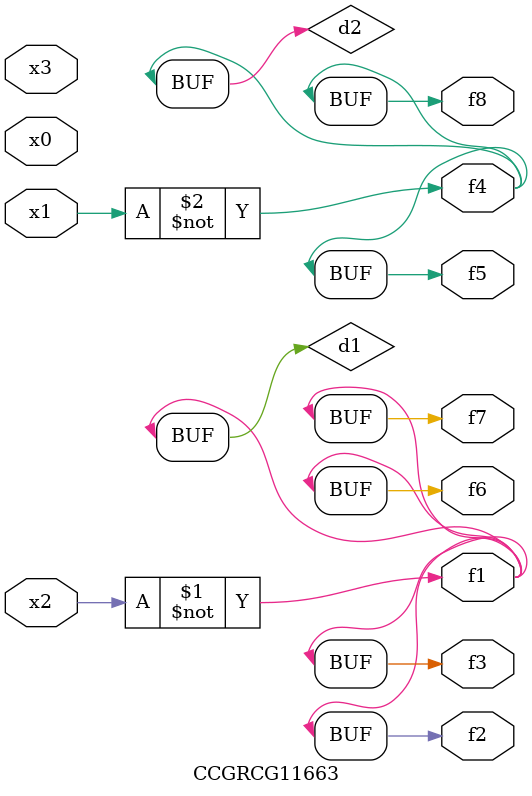
<source format=v>
module CCGRCG11663(
	input x0, x1, x2, x3,
	output f1, f2, f3, f4, f5, f6, f7, f8
);

	wire d1, d2;

	xnor (d1, x2);
	not (d2, x1);
	assign f1 = d1;
	assign f2 = d1;
	assign f3 = d1;
	assign f4 = d2;
	assign f5 = d2;
	assign f6 = d1;
	assign f7 = d1;
	assign f8 = d2;
endmodule

</source>
